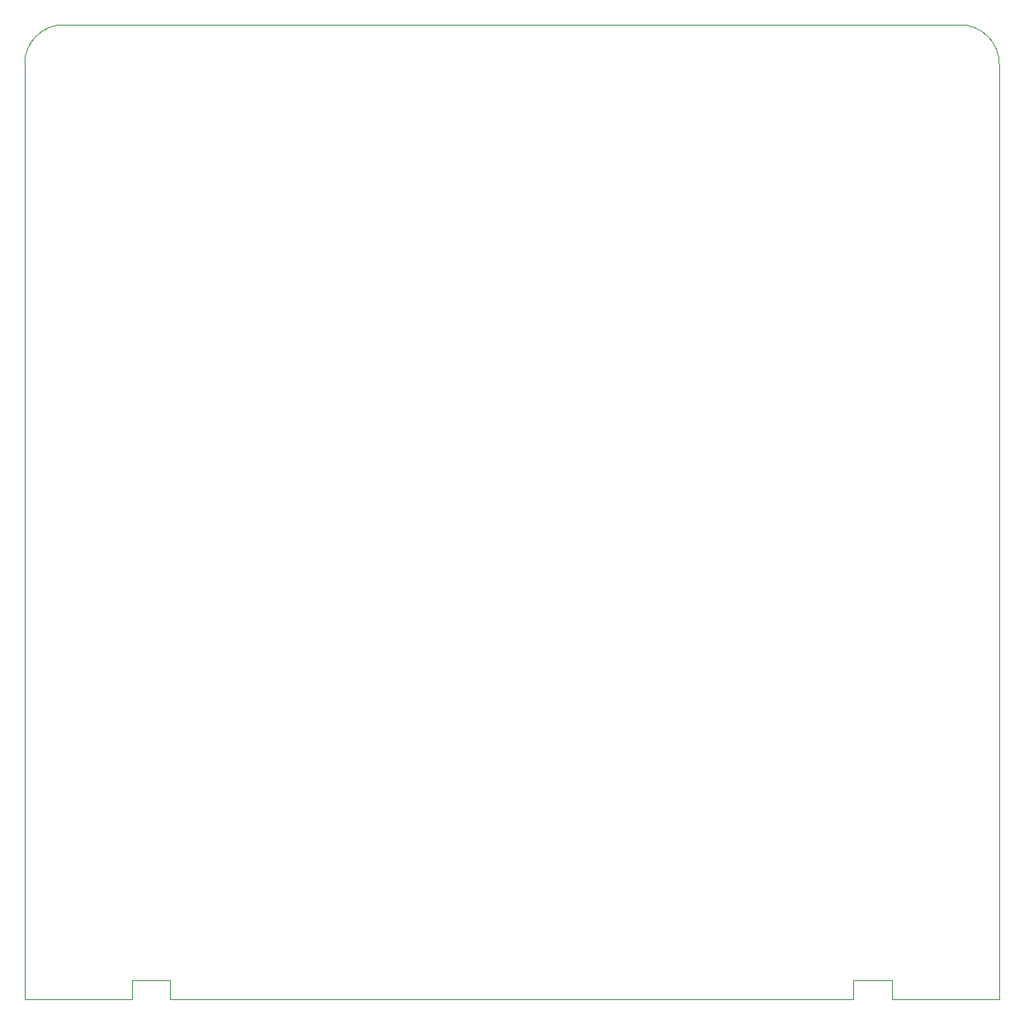
<source format=gbr>
%TF.GenerationSoftware,KiCad,Pcbnew,8.0.8*%
%TF.CreationDate,2025-08-25T22:32:07+09:00*%
%TF.ProjectId,Line_follower_robot,4c696e65-5f66-46f6-9c6c-6f7765725f72,rev?*%
%TF.SameCoordinates,Original*%
%TF.FileFunction,Profile,NP*%
%FSLAX46Y46*%
G04 Gerber Fmt 4.6, Leading zero omitted, Abs format (unit mm)*
G04 Created by KiCad (PCBNEW 8.0.8) date 2025-08-25 22:32:07*
%MOMM*%
%LPD*%
G01*
G04 APERTURE LIST*
%TA.AperFunction,Profile*%
%ADD10C,0.050000*%
%TD*%
G04 APERTURE END LIST*
D10*
X30000000Y-120000000D02*
X41000000Y-120000000D01*
X130000000Y-92500000D02*
X130000000Y-24000000D01*
X126000000Y-20000000D02*
G75*
G02*
X130000000Y-24000000I0J-4000000D01*
G01*
X115000000Y-118000000D02*
X115000000Y-120000000D01*
X119000000Y-118000000D02*
X115000000Y-118000000D01*
X130000000Y-120000000D02*
X130000000Y-92500000D01*
X44900000Y-120000000D02*
X44900000Y-118000000D01*
X44900000Y-118000000D02*
X41000000Y-118000000D01*
X119000000Y-120000000D02*
X119000000Y-118000000D01*
X30000000Y-120000000D02*
X30000000Y-92500000D01*
X119000000Y-120000000D02*
X130000000Y-120000000D01*
X41000000Y-118000000D02*
X41000000Y-120000000D01*
X44900000Y-120000000D02*
X115000000Y-120000000D01*
X34000000Y-20000000D02*
X126000000Y-20000000D01*
X30000000Y-24000000D02*
G75*
G02*
X34000000Y-20000000I4000000J0D01*
G01*
X30000000Y-92500000D02*
X30000000Y-24000000D01*
M02*

</source>
